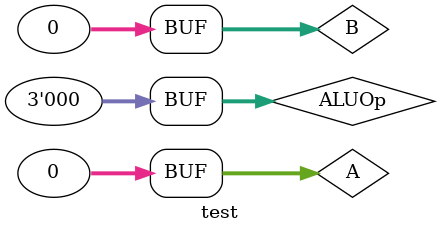
<source format=v>
`timescale 1ns / 1ps


module test;

	// Inputs
	reg [31:0] A;
	reg [31:0] B;
	reg [2:0] ALUOp;

	// Outputs
	wire [31:0] C;

	// Instantiate the Unit Under Test (UUT)
	alu uut (
		.A(A), 
		.B(B), 
		.ALUOp(ALUOp), 
		.C(C)
	);

	initial begin
		// Initialize Inputs
		A = 0;
		B = 0;
		ALUOp = 0;

		// Wait 100 ns for global reset to finish
		#100;
        
		// Add stimulus here

	end
      
endmodule


</source>
